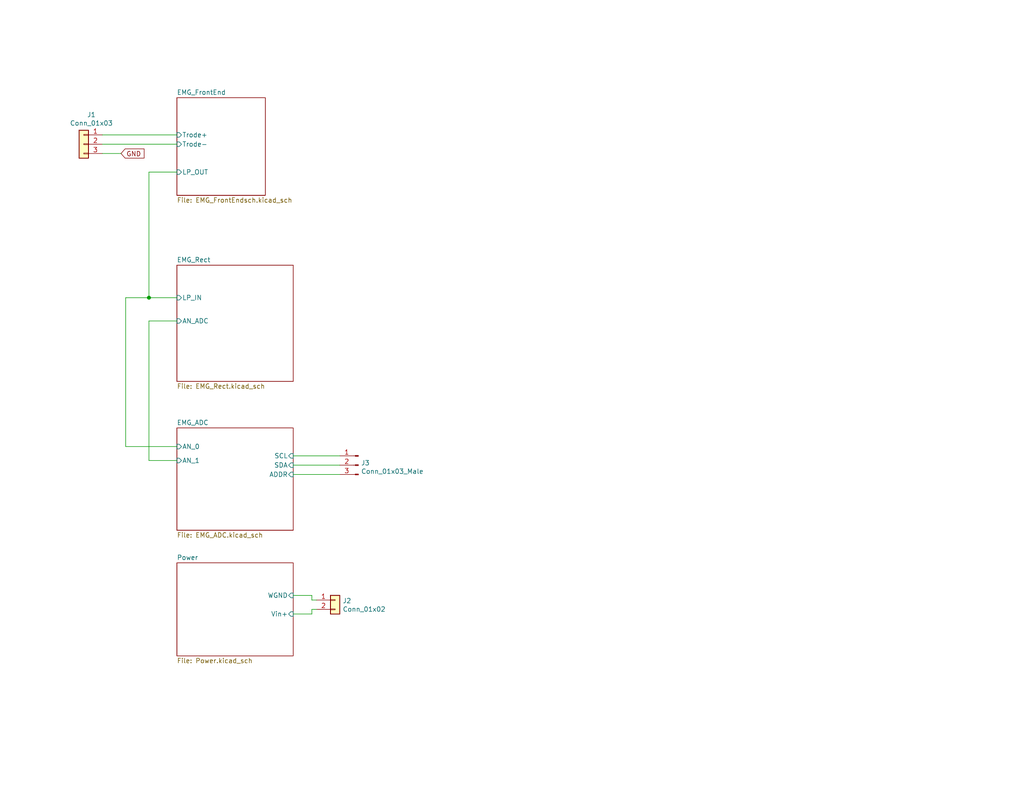
<source format=kicad_sch>
(kicad_sch (version 20250114) (generator "eeschema") (generator_version "9.0")
  (paper "USLetter")
  (lib_symbols
    (symbol "Connector:Conn_01x03_Male" (pin_names (offset 1.016) (hide yes))
      (property "Reference" "J" (at 0 5.08 0))
      (property "Value" "Connector_Conn_01x03_Male" (at 0 -5.08 0))
      (symbol "Conn_01x03_Male_1_1"
        (rectangle (start 0.8636 2.667) (end 0 2.413) (stroke (width 0.1524)) (fill (type outline)))
        (rectangle (start 0.8636 0.127) (end 0 -0.127) (stroke (width 0.1524)) (fill (type outline)))
        (rectangle (start 0.8636 -2.413) (end 0 -2.667) (stroke (width 0.1524)) (fill (type outline)))
        (polyline (pts (xy 1.27 2.54) (xy 0.8636 2.54)) (stroke (width 0.1524)))
        (polyline (pts (xy 1.27 0) (xy 0.8636 0)) (stroke (width 0.1524)))
        (polyline (pts (xy 1.27 -2.54) (xy 0.8636 -2.54)) (stroke (width 0.1524)))
        (pin passive line (at 5.08 2.54 180) (length 3.81) (name "Pin_1") (number "1"))
        (pin passive line (at 5.08 0 180) (length 3.81) (name "Pin_2") (number "2"))
        (pin passive line (at 5.08 -2.54 180) (length 3.81) (name "Pin_3") (number "3"))
      )
    )
    (symbol "Connector_Generic:Conn_01x02" (pin_names (offset 1.016) (hide yes))
      (property "Reference" "J" (at 0 2.54 0))
      (property "Value" "Conn_01x02" (at 0 -5.08 0))
      (symbol "Conn_01x02_1_1"
        (rectangle (start -1.27 1.27) (end 1.27 -3.81) (stroke (width 0.254)) (fill (type background)))
        (rectangle (start -1.27 0.127) (end 0 -0.127) (stroke (width 0.1524)))
        (rectangle (start -1.27 -2.413) (end 0 -2.667) (stroke (width 0.1524)))
        (pin passive line (at -5.08 0 0) (length 3.81) (name "Pin_1") (number "1"))
        (pin passive line (at -5.08 -2.54 0) (length 3.81) (name "Pin_2") (number "2"))
      )
    )
    (symbol "Connector_Generic:Conn_01x03" (pin_names (offset 1.016) (hide yes))
      (property "Reference" "J" (at 0 5.08 0))
      (property "Value" "Conn_01x03" (at 0 -5.08 0))
      (symbol "Conn_01x03_1_1"
        (rectangle (start -1.27 3.81) (end 1.27 -3.81) (stroke (width 0.254)) (fill (type background)))
        (rectangle (start -1.27 2.667) (end 0 2.413) (stroke (width 0.1524)))
        (rectangle (start -1.27 0.127) (end 0 -0.127) (stroke (width 0.1524)))
        (rectangle (start -1.27 -2.413) (end 0 -2.667) (stroke (width 0.1524)))
        (pin passive line (at -5.08 2.54 0) (length 3.81) (name "Pin_1") (number "1"))
        (pin passive line (at -5.08 0 0) (length 3.81) (name "Pin_2") (number "2"))
        (pin passive line (at -5.08 -2.54 0) (length 3.81) (name "Pin_3") (number "3"))
      )
    )
  )
  (junction (at 40.64 81.28))
  (wire (pts (xy 92.71 127) (xy 80.01 127)))
  (wire (pts (xy 40.64 46.99) (xy 40.64 81.28)))
  (wire (pts (xy 86.36 166.37) (xy 85.09 166.37)))
  (wire (pts (xy 40.64 125.73) (xy 40.64 87.63)))
  (wire (pts (xy 86.36 163.83) (xy 85.09 163.83)))
  (wire (pts (xy 33.02 41.91) (xy 27.94 41.91)))
  (wire (pts (xy 34.29 121.92) (xy 48.26 121.92)))
  (wire (pts (xy 92.71 129.54) (xy 80.01 129.54)))
  (wire (pts (xy 40.64 87.63) (xy 48.26 87.63)))
  (wire (pts (xy 85.09 162.56) (xy 80.01 162.56)))
  (wire (pts (xy 27.94 39.37) (xy 48.26 39.37)))
  (wire (pts (xy 40.64 81.28) (xy 34.29 81.28)))
  (wire (pts (xy 80.01 124.46) (xy 92.71 124.46)))
  (wire (pts (xy 34.29 81.28) (xy 34.29 121.92)))
  (wire (pts (xy 85.09 166.37) (xy 85.09 167.64)))
  (wire (pts (xy 40.64 81.28) (xy 48.26 81.28)))
  (wire (pts (xy 48.26 36.83) (xy 27.94 36.83)))
  (wire (pts (xy 48.26 46.99) (xy 40.64 46.99)))
  (wire (pts (xy 80.01 167.64) (xy 85.09 167.64)))
  (wire (pts (xy 85.09 163.83) (xy 85.09 162.56)))
  (wire (pts (xy 48.26 125.73) (xy 40.64 125.73)))
  (global_label "GND" (shape input) (at 33.02 41.91 0) (property "Intersheetrefs" "${INTERSHEET_REFS}" (effects (hide yes))))
  (symbol (lib_id "Connector:Conn_01x03_Male") (at 97.79 127 0) (mirror y) (unit 1)
    (property "Reference" "J3" (at 98.5012 126.3904 0) (effects (justify right)))
    (property "Value" "Conn_01x03_Male" (at 98.5012 128.7018 0) (effects (justify right)))
    (property "Footprint" "Connector_PinHeader_2.54mm:PinHeader_1x03_P2.54mm_Vertical" (effects (hide yes)))
  )
  (symbol (lib_id "Connector_Generic:Conn_01x02") (at 91.44 163.83 0) (unit 1)
    (property "Reference" "J2" (at 93.472 164.0332 0) (effects (justify left)))
    (property "Value" "Conn_01x02" (at 93.472 166.3446 0) (effects (justify left)))
    (property "Footprint" "Connector_JST:JST_XH_B2B-XH-AM_1x02_P2.50mm_Vertical" (effects (hide yes)))
  )
  (symbol (lib_id "Connector_Generic:Conn_01x03") (at 22.86 39.37 0) (mirror y) (unit 1)
    (property "Reference" "J1" (at 24.9428 31.3182 0))
    (property "Value" "Conn_01x03" (at 24.9428 33.6296 0))
    (property "Footprint" "Connector_JST:JST_VH_B3P-VH_1x03_P3.96mm_Vertical" (effects (hide yes)))
  )
  (sheet (at 48.26 26.67) (size 24.13 26.67)
    (property "Sheetname" "EMG_FrontEnd" (at 48.26 25.9584 0) (effects (justify left bottom)))
    (property "Sheetfile" "EMG_FrontEndsch.kicad_sch" (at 48.26 53.9246 0) (effects (justify left top)))
    (pin "Trode+" input (at 48.26 36.83 180))
    (pin "Trode-" input (at 48.26 39.37 180))
    (pin "LP_OUT" input (at 48.26 46.99 180))
  )
  (sheet (at 48.26 116.84) (size 31.75 27.94)
    (property "Sheetname" "EMG_ADC" (at 48.26 116.1284 0) (effects (justify left bottom)))
    (property "Sheetfile" "EMG_ADC.kicad_sch" (at 48.26 145.3646 0) (effects (justify left top)))
    (pin "AN_0" input (at 48.26 121.92 180))
    (pin "AN_1" input (at 48.26 125.73 180))
    (pin "SCL" input (at 80.01 124.46 0))
    (pin "SDA" input (at 80.01 127 0))
    (pin "ADDR" input (at 80.01 129.54 0))
  )
  (sheet (at 48.26 153.67) (size 31.75 25.4)
    (property "Sheetname" "Power" (at 48.26 152.9584 0) (effects (justify left bottom)))
    (property "Sheetfile" "Power.kicad_sch" (at 48.26 179.6546 0) (effects (justify left top)))
    (pin "Vin+" input (at 80.01 167.64 0))
    (pin "WGND" input (at 80.01 162.56 0))
  )
  (sheet (at 48.26 72.39) (size 31.75 31.75)
    (property "Sheetname" "EMG_Rect" (at 48.26 71.6784 0) (effects (justify left bottom)))
    (property "Sheetfile" "EMG_Rect.kicad_sch" (at 48.26 104.7246 0) (effects (justify left top)))
    (pin "LP_IN" input (at 48.26 81.28 180))
    (pin "AN_ADC" input (at 48.26 87.63 180))
  )
)
</source>
